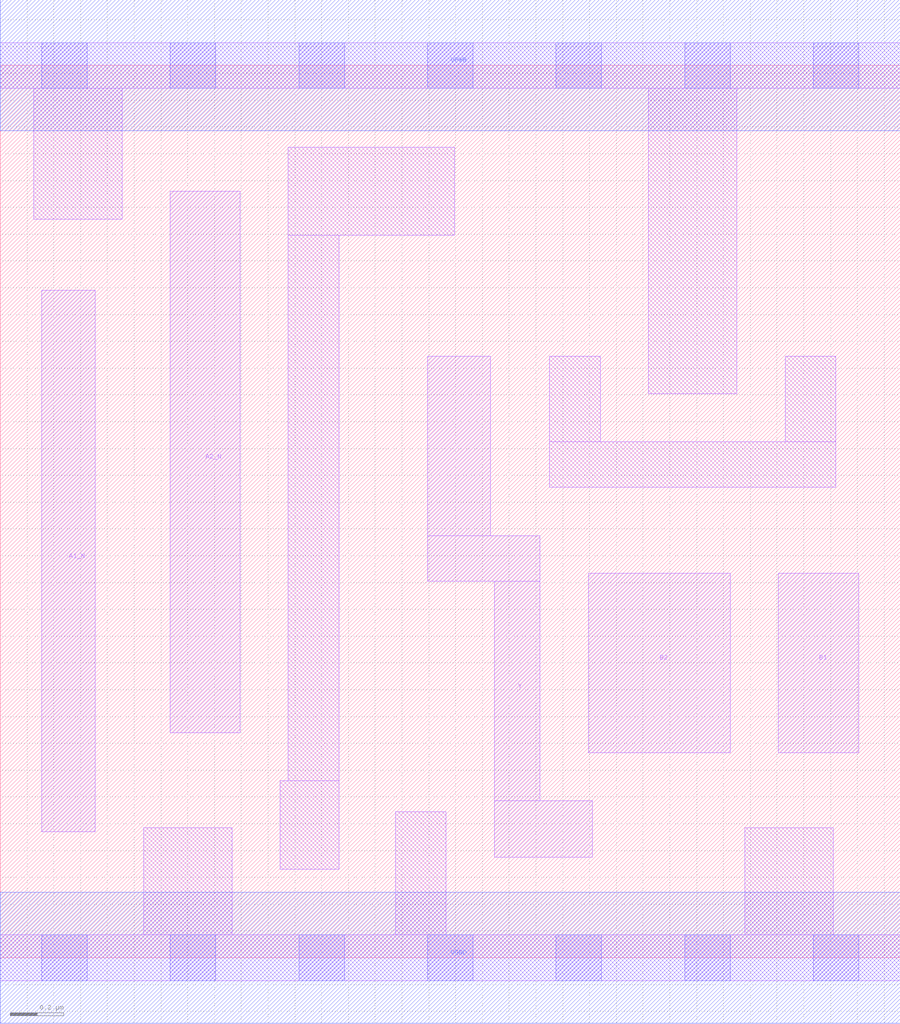
<source format=lef>
# Copyright 2020 The SkyWater PDK Authors
#
# Licensed under the Apache License, Version 2.0 (the "License");
# you may not use this file except in compliance with the License.
# You may obtain a copy of the License at
#
#     https://www.apache.org/licenses/LICENSE-2.0
#
# Unless required by applicable law or agreed to in writing, software
# distributed under the License is distributed on an "AS IS" BASIS,
# WITHOUT WARRANTIES OR CONDITIONS OF ANY KIND, either express or implied.
# See the License for the specific language governing permissions and
# limitations under the License.
#
# SPDX-License-Identifier: Apache-2.0

VERSION 5.7 ;
  NOWIREEXTENSIONATPIN ON ;
  DIVIDERCHAR "/" ;
  BUSBITCHARS "[]" ;
UNITS
  DATABASE MICRONS 200 ;
END UNITS
MACRO sky130_fd_sc_lp__a2bb2oi_m
  CLASS CORE ;
  FOREIGN sky130_fd_sc_lp__a2bb2oi_m ;
  ORIGIN  0.000000  0.000000 ;
  SIZE  3.360000 BY  3.330000 ;
  SYMMETRY X Y R90 ;
  SITE unit ;
  PIN A1_N
    ANTENNAGATEAREA  0.126000 ;
    DIRECTION INPUT ;
    USE SIGNAL ;
    PORT
      LAYER li1 ;
        RECT 0.155000 0.470000 0.355000 2.490000 ;
    END
  END A1_N
  PIN A2_N
    ANTENNAGATEAREA  0.126000 ;
    DIRECTION INPUT ;
    USE SIGNAL ;
    PORT
      LAYER li1 ;
        RECT 0.635000 0.840000 0.895000 2.860000 ;
    END
  END A2_N
  PIN B1
    ANTENNAGATEAREA  0.126000 ;
    DIRECTION INPUT ;
    USE SIGNAL ;
    PORT
      LAYER li1 ;
        RECT 2.905000 0.765000 3.205000 1.435000 ;
    END
  END B1
  PIN B2
    ANTENNAGATEAREA  0.126000 ;
    DIRECTION INPUT ;
    USE SIGNAL ;
    PORT
      LAYER li1 ;
        RECT 2.195000 0.765000 2.725000 1.435000 ;
    END
  END B2
  PIN Y
    ANTENNADIFFAREA  0.228900 ;
    DIRECTION OUTPUT ;
    USE SIGNAL ;
    PORT
      LAYER li1 ;
        RECT 1.595000 1.405000 2.015000 1.575000 ;
        RECT 1.595000 1.575000 1.830000 2.245000 ;
        RECT 1.845000 0.375000 2.210000 0.585000 ;
        RECT 1.845000 0.585000 2.015000 1.405000 ;
    END
  END Y
  PIN VGND
    DIRECTION INOUT ;
    USE GROUND ;
    PORT
      LAYER met1 ;
        RECT 0.000000 -0.245000 3.360000 0.245000 ;
    END
  END VGND
  PIN VPWR
    DIRECTION INOUT ;
    USE POWER ;
    PORT
      LAYER met1 ;
        RECT 0.000000 3.085000 3.360000 3.575000 ;
    END
  END VPWR
  OBS
    LAYER li1 ;
      RECT 0.000000 -0.085000 3.360000 0.085000 ;
      RECT 0.000000  3.245000 3.360000 3.415000 ;
      RECT 0.125000  2.755000 0.455000 3.245000 ;
      RECT 0.535000  0.085000 0.865000 0.485000 ;
      RECT 1.045000  0.330000 1.265000 0.660000 ;
      RECT 1.075000  0.660000 1.265000 2.695000 ;
      RECT 1.075000  2.695000 1.695000 3.025000 ;
      RECT 1.475000  0.085000 1.665000 0.545000 ;
      RECT 2.050000  1.755000 3.120000 1.925000 ;
      RECT 2.050000  1.925000 2.240000 2.245000 ;
      RECT 2.420000  2.105000 2.750000 3.245000 ;
      RECT 2.780000  0.085000 3.110000 0.485000 ;
      RECT 2.930000  1.925000 3.120000 2.245000 ;
    LAYER mcon ;
      RECT 0.155000 -0.085000 0.325000 0.085000 ;
      RECT 0.155000  3.245000 0.325000 3.415000 ;
      RECT 0.635000 -0.085000 0.805000 0.085000 ;
      RECT 0.635000  3.245000 0.805000 3.415000 ;
      RECT 1.115000 -0.085000 1.285000 0.085000 ;
      RECT 1.115000  3.245000 1.285000 3.415000 ;
      RECT 1.595000 -0.085000 1.765000 0.085000 ;
      RECT 1.595000  3.245000 1.765000 3.415000 ;
      RECT 2.075000 -0.085000 2.245000 0.085000 ;
      RECT 2.075000  3.245000 2.245000 3.415000 ;
      RECT 2.555000 -0.085000 2.725000 0.085000 ;
      RECT 2.555000  3.245000 2.725000 3.415000 ;
      RECT 3.035000 -0.085000 3.205000 0.085000 ;
      RECT 3.035000  3.245000 3.205000 3.415000 ;
  END
END sky130_fd_sc_lp__a2bb2oi_m
END LIBRARY

</source>
